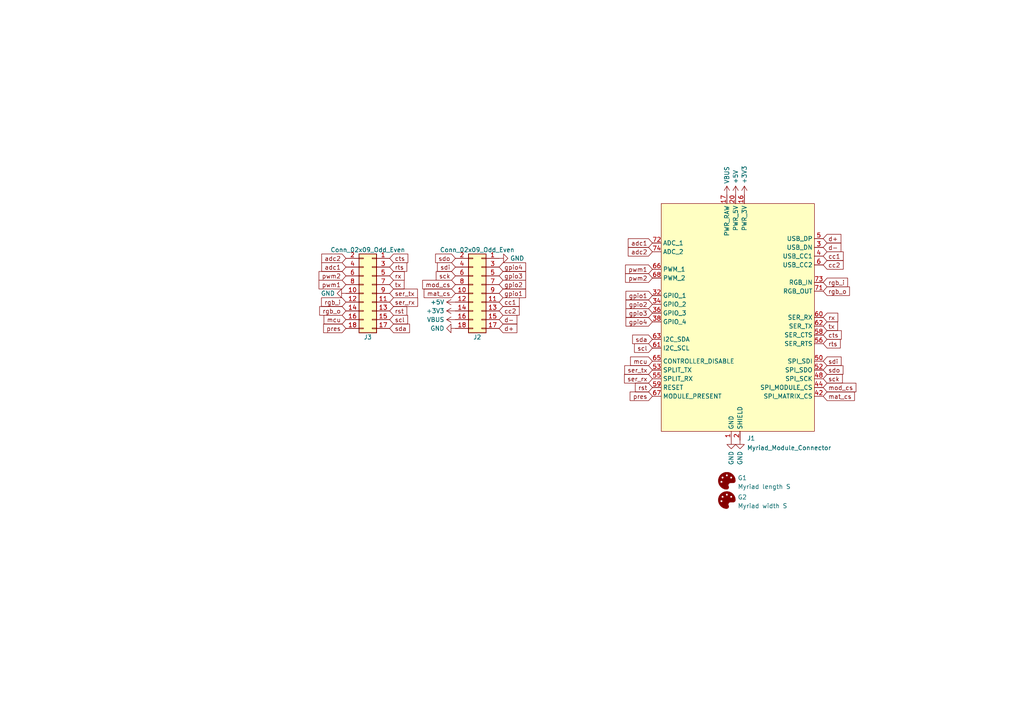
<source format=kicad_sch>
(kicad_sch (version 20211123) (generator eeschema)
  (paper "A4")
  (title_block (title "Myriad Breakout") (date "2022-03-03") (rev "0.1") (company "splitkb.com") (comment 1 "See https://myriad.splitkb.com/specification/terms_of_use.html") (comment 2 "NON-COMMERCIAL USE ONLY"))
  (lib_symbols
    (symbol "0_splitkb_common:Graphic" (pin_names (offset 1.016)) (in_bom no)
      (property "Reference" "G" (at 3.175 1.27 0))
      (property "Value" "Graphic" (at 3.175 -1.27 0))
      (symbol "Graphic_0_0"
        (polyline (pts (xy -0.0881 -2.4962) (xy -0.0244 -2.491) (xy -0.0145 -2.49) (xy 0.0873 -2.4755) (xy 0.1744 -2.4527) (xy 0.2502 -2.4204) (xy 0.3179 -2.3769) (xy 0.381 -2.3211) (xy 0.4131 -2.2864) (xy 0.4727 -2.2048) (xy 0.5154 -2.1164) (xy 0.5423 -2.0188) (xy 0.5542 -1.9099) (xy 0.5553 -1.8657) (xy 0.5519 -1.793) (xy 0.5405 -1.7258) (xy 0.5196 -1.6572) (xy 0.4879 -1.5802) (xy 0.4649 -1.5264) (xy 0.4417 -1.4593) (xy 0.4279 -1.3962) (xy 0.4221 -1.3305) (xy 0.4231 -1.2553) (xy 0.4241 -1.2364) (xy 0.4296 -1.1753) (xy 0.4388 -1.1244) (xy 0.453 -1.0766) (xy 0.4701 -1.0324) (xy 0.5231 -0.9323) (xy 0.5912 -0.8434) (xy 0.6727 -0.7671) (xy 0.7661 -0.7052) (xy 0.8697 -0.6591) (xy 0.9525 -0.6304) (xy 1.4605 -0.6247) (xy 1.5159 -0.6241) (xy 1.6231 -0.6227) (xy 1.7132 -0.6214) (xy 1.7881 -0.6199) (xy 1.8492 -0.6184) (xy 1.8985 -0.6166) (xy 1.9375 -0.6146) (xy 1.968 -0.6122) (xy 1.9917 -0.6095) (xy 2.0103 -0.6062) (xy 2.0254 -0.6025) (xy 2.1099 -0.5721) (xy 2.2082 -0.5192) (xy 2.2945 -0.4512) (xy 2.3679 -0.3688) (xy 2.4276 -0.2727) (xy 2.4364 -0.2549) (xy 2.4605 -0.2) (xy 2.4773 -0.1469) (xy 2.4877 -0.0905) (xy 2.493 -0.0254) (xy 2.4942 0.0538) (xy 2.4935 0.0984) (xy 2.4785 0.3079) (xy 2.4445 0.5167) (xy 2.3919 0.7233) (xy 2.321 0.9261) (xy 2.2323 1.1235) (xy 2.2027 1.1805) (xy 2.092 1.3667) (xy 1.966 1.5417) (xy 1.8257 1.7046) (xy 1.6722 1.8548) (xy 1.5064 1.9914) (xy 1.3295 2.1136) (xy 1.1425 2.2205) (xy 0.9464 2.3114) (xy 0.7423 2.3854) (xy 0.5313 2.4417) (xy 0.4466 2.4585) (xy 0.2562 2.4842) (xy 0.0585 2.4954) (xy -0.1423 2.4921) (xy -0.3423 2.4742) (xy -0.5373 2.4419) (xy -0.6457 2.4166) (xy -0.8421 2.356) (xy -1.0354 2.2777) (xy -1.2233 2.1829) (xy -1.4033 2.0727) (xy -1.573 1.9482) (xy -1.5907 1.9337) (xy -1.6479 1.8837) (xy -1.7115 1.8242) (xy -1.7772 1.7598) (xy -1.8407 1.6945) (xy -1.8977 1.6327) (xy -1.9439 1.5788) (xy -1.9559 1.5631) (xy -0.3078 1.5631) (xy -0.3075 1.5958) (xy -0.3058 1.6313) (xy -0.3013 1.6578) (xy -0.2928 1.6812) (xy -0.2791 1.7077) (xy -0.2576 1.7416) (xy -0.2028 1.8016) (xy -0.1348 1.8484) (xy -0.1306 1.8506) (xy -0.1069 1.8609) (xy -0.0811 1.867) (xy -0.0474 1.87) (xy 0 1.8708) (xy 0.0333 1.8706) (xy 0.0687 1.8688) (xy 0.0949 1.8643) (xy 0.1184 1.8557) (xy 0.1451 1.8419) (xy 0.1467 1.8409) (xy 0.2102 1.795) (xy 0.2592 1.7376) (xy 0.2929 1.6716) (xy 0.3102 1.5997) (xy 0.3101 1.5246) (xy 0.2915 1.449) (xy 0.2706 1.4059) (xy 0.2278 1.3498) (xy 0.174 1.3034) (xy 0.1141 1.2715) (xy 0.1125 1.2709) (xy 0.0368 1.2528) (xy -0.0383 1.253) (xy -0.1101 1.2707) (xy -0.1759 1.3047) (xy -0.233 1.3541) (xy -0.2788 1.418) (xy -0.289 1.4373) (xy -0.2991 1.4611) (xy -0.3047 1.4858) (xy -0.3072 1.5178) (xy -0.3078 1.5631) (xy -1.9559 1.5631) (xy -2.0279 1.4685) (xy -2.1412 1.2959) (xy -2.2406 1.114) (xy -2.3191 0.9379) (xy -1.5582 0.9379) (xy -1.558 0.9705) (xy -1.5562 1.0061) (xy -1.5517 1.0325) (xy -1.5432 1.0559) (xy -1.5295 1.0825) (xy -1.5081 1.1163) (xy -1.4532 1.1764) (xy -1.3853 1.2232) (xy -1.3811 1.2254) (xy -1.3573 1.2356) (xy -1.3315 1.2418) (xy -1.2978 1.2448) (xy -1.2505 1.2456) (xy -1.2171 1.2453) (xy -1.1818 1.2436) (xy -1.1555 1.239) (xy -1.1321 1.2305) (xy -1.1054 1.2166) (xy -1.1037 1.2157) (xy -1.0403 1.1697) (xy -0.9912 1.1124) (xy -0.9576 1.0464) (xy -0.9403 0.9745) (xy -0.9403 0.9379) (xy 0.9427 0.9379) (xy 0.9429 0.9705) (xy 0.9447 1.0061) (xy 0.9492 1.0325) (xy 0.9577 1.0559) (xy 0.9714 1.0825) (xy 0.9929 1.1163) (xy 1.0477 1.1764) (xy 1.1157 1.2232) (xy 1.1198 1.2254) (xy 1.1436 1.2356) (xy 1.1694 1.2418) (xy 1.2031 1.2448) (xy 1.2504 1.2456) (xy 1.2838 1.2453) (xy 1.3191 1.2436) (xy 1.3454 1.239) (xy 1.3688 1.2305) (xy 1.3956 1.2166) (xy 1.3972 1.2157) (xy 1.4606 1.1697) (xy 1.5097 1.1124) (xy 1.5434 1.0464) (xy 1.5606 0.9745) (xy 1.5605 0.8994) (xy 1.542 0.8238) (xy 1.521 0.7807) (xy 1.4783 0.7246) (xy 1.4245 0.6782) (xy 1.3646 0.6463) (xy 1.363 0.6457) (xy 1.2872 0.6276) (xy 1.2121 0.6278) (xy 1.1403 0.6454) (xy 1.0745 0.6795) (xy 1.0174 0.7289) (xy 0.9717 0.7927) (xy 0.9614 0.812) (xy 0.9514 0.8358) (xy 0.9457 0.8606) (xy 0.9433 0.8926) (xy 0.9427 0.9379) (xy -0.9403 0.9379) (xy -0.9404 0.8994) (xy -0.9589 0.8238) (xy -0.9799 0.7807) (xy -1.0227 0.7246) (xy -1.0765 0.6782) (xy -1.1364 0.6463) (xy -1.138 0.6457) (xy -1.2137 0.6276) (xy -1.2888 0.6278) (xy -1.3606 0.6454) (xy -1.4264 0.6795) (xy -1.4835 0.7289) (xy -1.5292 0.7927) (xy -1.5395 0.812) (xy -1.5495 0.8358) (xy -1.5552 0.8606) (xy -1.5577 0.8926) (xy -1.5582 0.9379) (xy -2.3191 0.9379) (xy -2.3245 0.9259) (xy -2.3917 0.7343) (xy -2.4409 0.542) (xy -2.4476 0.5083) (xy -2.4815 0.2848) (xy -2.4961 0.0631) (xy -2.4917 -0.1561) (xy -2.4747 -0.3126) (xy -1.8708 -0.3126) (xy -1.8706 -0.2799) (xy -1.8689 -0.2443) (xy -1.8643 -0.2179) (xy -1.8558 -0.1945) (xy -1.8421 -0.168) (xy -1.8207 -0.1341) (xy -1.7658 -0.0741) (xy -1.6979 -0.0273) (xy -1.6937 -0.0251) (xy -1.6699 -0.0148) (xy -1.6441 -0.0087) (xy -1.6105 -0.0057) (xy -1.5631 -0.0049) (xy -1.5297 -0.0051) (xy -1.4944 -0.0069) (xy -1.4681 -0.0114) (xy -1.4447 -0.02) (xy -1.418 -0.0338) (xy -1.4163 -0.0347) (xy -1.3529 -0.0807) (xy -1.3039 -0.1381) (xy -1.2702 -0.204) (xy -1.2529 -0.2759) (xy -1.253 -0.3511) (xy -1.2715 -0.4267) (xy -1.2925 -0.4698) (xy -1.3353 -0.5259) (xy -1.3891 -0.5723) (xy -1.449 -0.6042) (xy -1.4506 -0.6048) (xy -1.5263 -0.6229) (xy -1.6014 -0.6227) (xy -1.6732 -0.605) (xy -1.739 -0.571) (xy -1.7961 -0.5215) (xy -1.8419 -0.4577) (xy -1.8521 -0.4384) (xy -1.8622 -0.4146) (xy -1.8678 -0.3899) (xy -1.8703 -0.3579) (xy -1.8708 -0.3126) (xy -2.4747 -0.3126) (xy -2.4683 -0.3721) (xy -2.4261 -0.5843) (xy -2.3652 -0.792) (xy -2.2857 -0.9946) (xy -2.1878 -1.1914) (xy -2.0715 -1.3818) (xy -1.9806 -1.5086) (xy -1.8486 -1.668) (xy -1.705 -1.8163) (xy -1.5512 -1.9525) (xy -1.3888 -2.0758) (xy -1.2192 -2.1851) (xy -1.0438 -2.2796) (xy -0.8642 -2.3583) (xy -0.6817 -2.4203) (xy -0.498 -2.4648) (xy -0.3143 -2.4906) (xy -0.2478 -2.496) (xy -0.1924 -2.4987) (xy -0.1416 -2.4988) (xy -0.0881 -2.4962)) (stroke (width 0.01)) (fill (type outline)))
      )
    )
    (symbol "Connector_Generic:Conn_02x09_Odd_Even" (pin_names (offset 1.016) hide)
      (property "Reference" "J" (at 1.27 12.7 0))
      (property "Value" "Conn_02x09_Odd_Even" (at 1.27 -12.7 0))
      (symbol "Conn_02x09_Odd_Even_1_1"
        (rectangle (start -1.27 -10.033) (end 0 -10.287) (stroke (width 0.1524)))
        (rectangle (start -1.27 -7.493) (end 0 -7.747) (stroke (width 0.1524)))
        (rectangle (start -1.27 -4.953) (end 0 -5.207) (stroke (width 0.1524)))
        (rectangle (start -1.27 -2.413) (end 0 -2.667) (stroke (width 0.1524)))
        (rectangle (start -1.27 0.127) (end 0 -0.127) (stroke (width 0.1524)))
        (rectangle (start -1.27 2.667) (end 0 2.413) (stroke (width 0.1524)))
        (rectangle (start -1.27 5.207) (end 0 4.953) (stroke (width 0.1524)))
        (rectangle (start -1.27 7.747) (end 0 7.493) (stroke (width 0.1524)))
        (rectangle (start -1.27 10.287) (end 0 10.033) (stroke (width 0.1524)))
        (rectangle (start -1.27 11.43) (end 3.81 -11.43) (stroke (width 0.254)) (fill (type background)))
        (rectangle (start 3.81 -10.033) (end 2.54 -10.287) (stroke (width 0.1524)))
        (rectangle (start 3.81 -7.493) (end 2.54 -7.747) (stroke (width 0.1524)))
        (rectangle (start 3.81 -4.953) (end 2.54 -5.207) (stroke (width 0.1524)))
        (rectangle (start 3.81 -2.413) (end 2.54 -2.667) (stroke (width 0.1524)))
        (rectangle (start 3.81 0.127) (end 2.54 -0.127) (stroke (width 0.1524)))
        (rectangle (start 3.81 2.667) (end 2.54 2.413) (stroke (width 0.1524)))
        (rectangle (start 3.81 5.207) (end 2.54 4.953) (stroke (width 0.1524)))
        (rectangle (start 3.81 7.747) (end 2.54 7.493) (stroke (width 0.1524)))
        (rectangle (start 3.81 10.287) (end 2.54 10.033) (stroke (width 0.1524)))
        (pin passive line (at -5.08 10.16 0) (length 3.81) (name "Pin_1") (number "1"))
        (pin passive line (at 7.62 0 180) (length 3.81) (name "Pin_10") (number "10"))
        (pin passive line (at -5.08 -2.54 0) (length 3.81) (name "Pin_11") (number "11"))
        (pin passive line (at 7.62 -2.54 180) (length 3.81) (name "Pin_12") (number "12"))
        (pin passive line (at -5.08 -5.08 0) (length 3.81) (name "Pin_13") (number "13"))
        (pin passive line (at 7.62 -5.08 180) (length 3.81) (name "Pin_14") (number "14"))
        (pin passive line (at -5.08 -7.62 0) (length 3.81) (name "Pin_15") (number "15"))
        (pin passive line (at 7.62 -7.62 180) (length 3.81) (name "Pin_16") (number "16"))
        (pin passive line (at -5.08 -10.16 0) (length 3.81) (name "Pin_17") (number "17"))
        (pin passive line (at 7.62 -10.16 180) (length 3.81) (name "Pin_18") (number "18"))
        (pin passive line (at 7.62 10.16 180) (length 3.81) (name "Pin_2") (number "2"))
        (pin passive line (at -5.08 7.62 0) (length 3.81) (name "Pin_3") (number "3"))
        (pin passive line (at 7.62 7.62 180) (length 3.81) (name "Pin_4") (number "4"))
        (pin passive line (at -5.08 5.08 0) (length 3.81) (name "Pin_5") (number "5"))
        (pin passive line (at 7.62 5.08 180) (length 3.81) (name "Pin_6") (number "6"))
        (pin passive line (at -5.08 2.54 0) (length 3.81) (name "Pin_7") (number "7"))
        (pin passive line (at 7.62 2.54 180) (length 3.81) (name "Pin_8") (number "8"))
        (pin passive line (at -5.08 0 0) (length 3.81) (name "Pin_9") (number "9"))
      )
    )
    (symbol "myriad:Myriad_Module_Connector"
      (property "Reference" "J" (at 22.86 -34.29 0))
      (property "Value" "Myriad_Module_Connector" (at 1.27 1.27 0))
      (symbol "Myriad_Module_Connector_0_1"
        (rectangle (start -21.59 33.02) (end 22.86 -33.02) (fill (type background)))
      )
      (symbol "Myriad_Module_Connector_1_1"
        (pin power_out line (at -1.27 -35.56 90) (length 2.54) (name "GND") (number "1"))
        (pin power_out line (at 2.54 35.56 270) (length 2.54) (name "PWR_3V") (number "16"))
        (pin power_out line (at -2.54 35.56 270) (length 2.54) (name "PWR_RAW") (number "17"))
        (pin passive line (at 2.54 35.56 270) (length 2.54) hide (name "PWR_3V") (number "18"))
        (pin passive line (at -2.54 35.56 270) (length 2.54) hide (name "PWR_RAW") (number "19"))
        (pin power_out line (at 1.27 -35.56 90) (length 2.54) (name "SHIELD") (number "2"))
        (pin power_out line (at 0 35.56 270) (length 2.54) (name "PWR_5V") (number "20"))
        (pin passive line (at -2.54 35.56 270) (length 2.54) hide (name "PWR_RAW") (number "21"))
        (pin passive line (at 0 35.56 270) (length 2.54) hide (name "PWR_5V") (number "22"))
        (pin passive line (at -2.54 35.56 270) (length 2.54) hide (name "PWR_RAW") (number "23"))
        (pin no_connect line (at -12.7 33.02 270) (length 2.54) hide (name "") (number "24"))
        (pin no_connect line (at -10.16 33.02 270) (length 2.54) hide (name "") (number "25"))
        (pin no_connect line (at -7.62 33.02 270) (length 2.54) hide (name "") (number "26"))
        (pin no_connect line (at -5.08 33.02 270) (length 2.54) hide (name "") (number "27"))
        (pin no_connect line (at 5.08 33.02 270) (length 2.54) hide (name "") (number "28"))
        (pin no_connect line (at 7.62 33.02 270) (length 2.54) hide (name "") (number "29"))
        (pin bidirectional line (at 25.4 20.32 180) (length 2.54) (name "USB_DN") (number "3"))
        (pin no_connect line (at 10.16 33.02 270) (length 2.54) hide (name "") (number "30"))
        (pin no_connect line (at 12.7 33.02 270) (length 2.54) hide (name "") (number "31"))
        (pin bidirectional line (at -24.13 6.35 0) (length 2.54) (name "GPIO_1") (number "32"))
        (pin no_connect line (at -16.51 -33.02 90) (length 2.54) hide (name "") (number "33"))
        (pin bidirectional line (at -24.13 3.81 0) (length 2.54) (name "GPIO_2") (number "34"))
        (pin no_connect line (at -13.97 -33.02 90) (length 2.54) hide (name "") (number "35"))
        (pin bidirectional line (at -24.13 1.27 0) (length 2.54) (name "GPIO_3") (number "36"))
        (pin no_connect line (at -11.43 -33.02 90) (length 2.54) hide (name "") (number "37"))
        (pin bidirectional line (at -24.13 -1.27 0) (length 2.54) (name "GPIO_4") (number "38"))
        (pin no_connect line (at -8.89 -33.02 90) (length 2.54) hide (name "") (number "39"))
        (pin output line (at 25.4 17.78 180) (length 2.54) (name "USB_CC1") (number "4"))
        (pin passive line (at -1.27 -35.56 90) (length 2.54) hide (name "GND") (number "40"))
        (pin no_connect line (at -6.35 -33.02 90) (length 2.54) hide (name "") (number "41"))
        (pin input line (at 25.4 -22.86 180) (length 2.54) (name "SPI_MATRIX_CS") (number "42"))
        (pin no_connect line (at -3.81 -33.02 90) (length 2.54) hide (name "") (number "43"))
        (pin output line (at 25.4 -20.32 180) (length 2.54) (name "SPI_MODULE_CS") (number "44"))
        (pin no_connect line (at 3.81 -33.02 90) (length 2.54) hide (name "") (number "45"))
        (pin passive line (at -1.27 -35.56 90) (length 2.54) hide (name "GND") (number "46"))
        (pin no_connect line (at 6.35 -33.02 90) (length 2.54) hide (name "") (number "47"))
        (pin output line (at 25.4 -17.78 180) (length 2.54) (name "SPI_SCK") (number "48"))
        (pin no_connect line (at 8.89 -33.02 90) (length 2.54) hide (name "") (number "49"))
        (pin bidirectional line (at 25.4 22.86 180) (length 2.54) (name "USB_DP") (number "5"))
        (pin input line (at 25.4 -12.7 180) (length 2.54) (name "SPI_SDI") (number "50"))
        (pin no_connect line (at 11.43 -33.02 90) (length 2.54) hide (name "") (number "51"))
        (pin output line (at 25.4 -15.24 180) (length 2.54) (name "SPI_SDO") (number "52"))
        (pin no_connect line (at 13.97 -33.02 90) (length 2.54) hide (name "") (number "53"))
        (pin input line (at -24.13 -15.24 0) (length 2.54) (name "SPLIT_TX") (number "53"))
        (pin passive line (at -1.27 -35.56 90) (length 2.54) hide (name "GND") (number "54"))
        (pin output line (at -24.13 -17.78 0) (length 2.54) (name "SPLIT_RX") (number "55"))
        (pin output line (at 25.4 -7.62 180) (length 2.54) (name "SER_RTS") (number "56"))
        (pin passive line (at -1.27 -35.56 90) (length 2.54) hide (name "GND") (number "57"))
        (pin input line (at 25.4 -5.08 180) (length 2.54) (name "SER_CTS") (number "58"))
        (pin bidirectional line (at -24.13 -20.32 0) (length 2.54) (name "RESET") (number "59"))
        (pin output line (at 25.4 15.24 180) (length 2.54) (name "USB_CC2") (number "6"))
        (pin input line (at 25.4 0 180) (length 2.54) (name "SER_RX") (number "60"))
        (pin bidirectional line (at -24.13 -8.89 0) (length 2.54) (name "I2C_SCL") (number "61"))
        (pin output line (at 25.4 -2.54 180) (length 2.54) (name "SER_TX") (number "62"))
        (pin bidirectional line (at -24.13 -6.35 0) (length 2.54) (name "I2C_SDA") (number "63"))
        (pin passive line (at -1.27 -35.56 90) (length 2.54) hide (name "GND") (number "64"))
        (pin input line (at -24.13 -12.7 0) (length 2.54) (name "CONTROLLER_DISABLE") (number "65"))
        (pin output line (at -24.13 13.97 0) (length 2.54) (name "PWM_1") (number "66"))
        (pin input line (at -24.13 -22.86 0) (length 2.54) (name "MODULE_PRESENT") (number "67"))
        (pin output line (at -24.13 11.43 0) (length 2.54) (name "PWM_2") (number "68"))
        (pin passive line (at -1.27 -35.56 90) (length 2.54) hide (name "GND") (number "69"))
        (pin passive line (at -1.27 -35.56 90) (length 2.54) hide (name "GND") (number "7"))
        (pin passive line (at -1.27 -35.56 90) (length 2.54) hide (name "GND") (number "70"))
        (pin output line (at 25.4 7.62 180) (length 2.54) (name "RGB_OUT") (number "71"))
        (pin input line (at -24.13 21.59 0) (length 2.54) (name "ADC_1") (number "72"))
        (pin input line (at 25.4 10.16 180) (length 2.54) (name "RGB_IN") (number "73"))
        (pin input line (at -24.13 19.05 0) (length 2.54) (name "ADC_2") (number "74"))
        (pin no_connect line (at 16.51 -33.02 90) (length 2.54) hide (name "") (number "75"))
      )
    )
    (symbol "power:+3V3" (power) (pin_names (offset 0))
      (property "Value" "+3V3" (at 0 3.556 0))
      (symbol "+3V3_0_1"
        (polyline (pts (xy -0.762 1.27) (xy 0 2.54)))
        (polyline (pts (xy 0 0) (xy 0 2.54)))
        (polyline (pts (xy 0 2.54) (xy 0.762 1.27)))
      )
      (symbol "+3V3_1_1"
        (pin power_in line (at 0 0 90) (length 0) hide (name "+3V3") (number "1"))
      )
    )
    (symbol "power:+5V" (power) (pin_names (offset 0))
      (property "Value" "+5V" (at 0 3.556 0))
      (symbol "+5V_0_1"
        (polyline (pts (xy -0.762 1.27) (xy 0 2.54)))
        (polyline (pts (xy 0 0) (xy 0 2.54)))
        (polyline (pts (xy 0 2.54) (xy 0.762 1.27)))
      )
      (symbol "+5V_1_1"
        (pin power_in line (at 0 0 90) (length 0) hide (name "+5V") (number "1"))
      )
    )
    (symbol "power:GND" (power) (pin_names (offset 0))
      (property "Value" "GND" (at 0 -3.81 0))
      (symbol "GND_0_1"
        (polyline (pts (xy 0 0) (xy 0 -1.27) (xy 1.27 -1.27) (xy 0 -2.54) (xy -1.27 -1.27) (xy 0 -1.27)))
      )
      (symbol "GND_1_1"
        (pin power_in line (at 0 0 270) (length 0) hide (name "GND") (number "1"))
      )
    )
    (symbol "power:VBUS" (power) (pin_names (offset 0))
      (property "Value" "VBUS" (at 0 3.81 0))
      (symbol "VBUS_0_1"
        (polyline (pts (xy -0.762 1.27) (xy 0 2.54)))
        (polyline (pts (xy 0 0) (xy 0 2.54)))
        (polyline (pts (xy 0 2.54) (xy 0.762 1.27)))
      )
      (symbol "VBUS_1_1"
        (pin power_in line (at 0 0 90) (length 0) hide (name "VBUS") (number "1"))
      )
    )
  )
  (global_label "cc2" (shape input) (at 238.76 76.835 0) (property "Intersheet References" "${INTERSHEET_REFS}" (effects hide)))
  (global_label "gpio3" (shape input) (at 189.23 90.805 180) (property "Intersheet References" "${INTERSHEET_REFS}" (effects hide)))
  (global_label "rgb_i" (shape input) (at 238.76 81.915 0) (property "Intersheet References" "${INTERSHEET_REFS}" (effects hide)))
  (global_label "sck" (shape input) (at 238.76 109.855 0) (property "Intersheet References" "${INTERSHEET_REFS}" (effects hide)))
  (global_label "adc2" (shape input) (at 100.33 74.93 180) (property "Intersheet References" "${INTERSHEET_REFS}" (effects hide)))
  (global_label "gpio2" (shape input) (at 144.78 82.55 0) (property "Intersheet References" "${INTERSHEET_REFS}" (effects hide)))
  (global_label "cts" (shape input) (at 238.76 97.155 0) (property "Intersheet References" "${INTERSHEET_REFS}" (effects hide)))
  (global_label "sdi" (shape input) (at 238.76 104.775 0) (property "Intersheet References" "${INTERSHEET_REFS}" (effects hide)))
  (global_label "rgb_o" (shape input) (at 100.33 90.17 180) (property "Intersheet References" "${INTERSHEET_REFS}" (effects hide)))
  (global_label "d+" (shape input) (at 144.78 95.25 0) (property "Intersheet References" "${INTERSHEET_REFS}" (effects hide)))
  (global_label "gpio4" (shape input) (at 144.78 77.47 0) (property "Intersheet References" "${INTERSHEET_REFS}" (effects hide)))
  (global_label "scl" (shape input) (at 113.03 92.71 0) (property "Intersheet References" "${INTERSHEET_REFS}" (effects hide)))
  (global_label "mcu" (shape input) (at 189.23 104.775 180) (property "Intersheet References" "${INTERSHEET_REFS}" (effects hide)))
  (global_label "rgb_o" (shape input) (at 238.76 84.455 0) (property "Intersheet References" "${INTERSHEET_REFS}" (effects hide)))
  (global_label "gpio4" (shape input) (at 189.23 93.345 180) (property "Intersheet References" "${INTERSHEET_REFS}" (effects hide)))
  (global_label "rgb_i" (shape input) (at 100.33 87.63 180) (property "Intersheet References" "${INTERSHEET_REFS}" (effects hide)))
  (global_label "cc2" (shape input) (at 144.78 90.17 0) (property "Intersheet References" "${INTERSHEET_REFS}" (effects hide)))
  (global_label "sdo" (shape input) (at 238.76 107.315 0) (property "Intersheet References" "${INTERSHEET_REFS}" (effects hide)))
  (global_label "cc1" (shape input) (at 144.78 87.63 0) (property "Intersheet References" "${INTERSHEET_REFS}" (effects hide)))
  (global_label "pres" (shape input) (at 189.23 114.935 180) (property "Intersheet References" "${INTERSHEET_REFS}" (effects hide)))
  (global_label "pwm2" (shape input) (at 189.23 80.645 180) (property "Intersheet References" "${INTERSHEET_REFS}" (effects hide)))
  (global_label "rst" (shape input) (at 113.03 90.17 0) (property "Intersheet References" "${INTERSHEET_REFS}" (effects hide)))
  (global_label "gpio1" (shape input) (at 189.23 85.725 180) (property "Intersheet References" "${INTERSHEET_REFS}" (effects hide)))
  (global_label "mat_cs" (shape input) (at 238.76 114.935 0) (property "Intersheet References" "${INTERSHEET_REFS}" (effects hide)))
  (global_label "rx" (shape input) (at 113.03 80.01 0) (property "Intersheet References" "${INTERSHEET_REFS}" (effects hide)))
  (global_label "mcu" (shape input) (at 100.33 92.71 180) (property "Intersheet References" "${INTERSHEET_REFS}" (effects hide)))
  (global_label "ser_rx" (shape input) (at 189.23 109.855 180) (property "Intersheet References" "${INTERSHEET_REFS}" (effects hide)))
  (global_label "gpio1" (shape input) (at 144.78 85.09 0) (property "Intersheet References" "${INTERSHEET_REFS}" (effects hide)))
  (global_label "tx" (shape input) (at 113.03 82.55 0) (property "Intersheet References" "${INTERSHEET_REFS}" (effects hide)))
  (global_label "tx" (shape input) (at 238.76 94.615 0) (property "Intersheet References" "${INTERSHEET_REFS}" (effects hide)))
  (global_label "mod_cs" (shape input) (at 238.76 112.395 0) (property "Intersheet References" "${INTERSHEET_REFS}" (effects hide)))
  (global_label "adc2" (shape input) (at 189.23 73.025 180) (property "Intersheet References" "${INTERSHEET_REFS}" (effects hide)))
  (global_label "d+" (shape input) (at 238.76 69.215 0) (property "Intersheet References" "${INTERSHEET_REFS}" (effects hide)))
  (global_label "ser_rx" (shape input) (at 113.03 87.63 0) (property "Intersheet References" "${INTERSHEET_REFS}" (effects hide)))
  (global_label "adc1" (shape input) (at 100.33 77.47 180) (property "Intersheet References" "${INTERSHEET_REFS}" (effects hide)))
  (global_label "scl" (shape input) (at 189.23 100.965 180) (property "Intersheet References" "${INTERSHEET_REFS}" (effects hide)))
  (global_label "sda" (shape input) (at 113.03 95.25 0) (property "Intersheet References" "${INTERSHEET_REFS}" (effects hide)))
  (global_label "d-" (shape input) (at 238.76 71.755 0) (property "Intersheet References" "${INTERSHEET_REFS}" (effects hide)))
  (global_label "gpio3" (shape input) (at 144.78 80.01 0) (property "Intersheet References" "${INTERSHEET_REFS}" (effects hide)))
  (global_label "pwm2" (shape input) (at 100.33 80.01 180) (property "Intersheet References" "${INTERSHEET_REFS}" (effects hide)))
  (global_label "sck" (shape input) (at 132.08 80.01 180) (property "Intersheet References" "${INTERSHEET_REFS}" (effects hide)))
  (global_label "d-" (shape input) (at 144.78 92.71 0) (property "Intersheet References" "${INTERSHEET_REFS}" (effects hide)))
  (global_label "pwm1" (shape input) (at 100.33 82.55 180) (property "Intersheet References" "${INTERSHEET_REFS}" (effects hide)))
  (global_label "ser_tx" (shape input) (at 189.23 107.315 180) (property "Intersheet References" "${INTERSHEET_REFS}" (effects hide)))
  (global_label "sda" (shape input) (at 189.23 98.425 180) (property "Intersheet References" "${INTERSHEET_REFS}" (effects hide)))
  (global_label "cc1" (shape input) (at 238.76 74.295 0) (property "Intersheet References" "${INTERSHEET_REFS}" (effects hide)))
  (global_label "sdi" (shape input) (at 132.08 77.47 180) (property "Intersheet References" "${INTERSHEET_REFS}" (effects hide)))
  (global_label "rts" (shape input) (at 238.76 99.695 0) (property "Intersheet References" "${INTERSHEET_REFS}" (effects hide)))
  (global_label "rx" (shape input) (at 238.76 92.075 0) (property "Intersheet References" "${INTERSHEET_REFS}" (effects hide)))
  (global_label "pwm1" (shape input) (at 189.23 78.105 180) (property "Intersheet References" "${INTERSHEET_REFS}" (effects hide)))
  (global_label "ser_tx" (shape input) (at 113.03 85.09 0) (property "Intersheet References" "${INTERSHEET_REFS}" (effects hide)))
  (global_label "mat_cs" (shape input) (at 132.08 85.09 180) (property "Intersheet References" "${INTERSHEET_REFS}" (effects hide)))
  (global_label "gpio2" (shape input) (at 189.23 88.265 180) (property "Intersheet References" "${INTERSHEET_REFS}" (effects hide)))
  (global_label "mod_cs" (shape input) (at 132.08 82.55 180) (property "Intersheet References" "${INTERSHEET_REFS}" (effects hide)))
  (global_label "rst" (shape input) (at 189.23 112.395 180) (property "Intersheet References" "${INTERSHEET_REFS}" (effects hide)))
  (global_label "adc1" (shape input) (at 189.23 70.485 180) (property "Intersheet References" "${INTERSHEET_REFS}" (effects hide)))
  (global_label "cts" (shape input) (at 113.03 74.93 0) (property "Intersheet References" "${INTERSHEET_REFS}" (effects hide)))
  (global_label "rts" (shape input) (at 113.03 77.47 0) (property "Intersheet References" "${INTERSHEET_REFS}" (effects hide)))
  (global_label "sdo" (shape input) (at 132.08 74.93 180) (property "Intersheet References" "${INTERSHEET_REFS}" (effects hide)))
  (global_label "pres" (shape input) (at 100.33 95.25 180) (property "Intersheet References" "${INTERSHEET_REFS}" (effects hide)))
  (symbol (lib_id "0_splitkb_common:Graphic") (at 210.82 139.446 0) (unit 1) (in_bom no)
    (property "Reference" "G1" (at 213.9542 138.613 0) (effects (justify left)))
    (property "Value" "Myriad length S" (at 213.9542 141.1499 0) (effects (justify left)))
    (property "Footprint" "0_splitkb_common:Myriad_length-s" (effects hide))
  )
  (symbol (lib_id "power:VBUS") (at 210.82 56.515 0) (unit 1)
    (property "Reference" "#PWR01" (effects hide))
    (property "Value" "VBUS" (at 210.82 53.34 90) (effects (justify left)))
  )
  (symbol (lib_id "power:VBUS") (at 132.08 92.71 90) (unit 1)
    (property "Reference" "#PWR0103" (effects hide))
    (property "Value" "VBUS" (at 128.905 92.71 90) (effects (justify left)))
  )
  (symbol (lib_id "myriad:Myriad_Module_Connector") (at 213.36 92.075 0) (unit 1)
    (property "Reference" "J1" (at 216.6494 127.1175 0) (effects (justify left)))
    (property "Value" "Myriad_Module_Connector" (at 216.6494 129.8926 0) (effects (justify left)))
    (property "Footprint" "0_splitkb_common:Myriad_Module_22x30mm" (effects hide))
    (property "Datasheet" "https://myriad.splitkb.com/specification/pinout.html" (effects hide))
  )
  (symbol (lib_id "power:+5V") (at 213.36 56.515 0) (unit 1)
    (property "Reference" "#PWR02" (effects hide))
    (property "Value" "+5V" (at 213.36 53.34 90) (effects (justify left)))
  )
  (symbol (lib_id "0_splitkb_common:Graphic") (at 210.82 145.034 0) (unit 1) (in_bom no)
    (property "Reference" "G2" (at 213.9542 144.201 0) (effects (justify left)))
    (property "Value" "Myriad width S" (at 213.9542 146.7379 0) (effects (justify left)))
    (property "Footprint" "0_splitkb_common:Myriad_width-s" (effects hide))
  )
  (symbol (lib_id "power:GND") (at 212.09 127.635 0) (unit 1)
    (property "Reference" "#PWR0101" (effects hide))
    (property "Value" "GND" (at 212.09 130.81 90) (effects (justify right)))
  )
  (symbol (lib_id "power:GND") (at 100.33 85.09 270) (unit 1)
    (property "Reference" "#PWR0106" (effects hide))
    (property "Value" "GND" (at 97.155 85.09 90) (effects (justify right)))
  )
  (symbol (lib_id "power:GND") (at 214.63 127.635 0) (unit 1)
    (property "Reference" "#PWR?" (effects hide))
    (property "Value" "GND" (at 214.63 130.81 90) (effects (justify right)))
  )
  (symbol (lib_id "power:+5V") (at 132.08 87.63 90) (unit 1)
    (property "Reference" "#PWR0104" (effects hide))
    (property "Value" "+5V" (at 128.905 87.63 90) (effects (justify left)))
  )
  (symbol (lib_id "power:GND") (at 144.78 74.93 90) (unit 1)
    (property "Reference" "#PWR0107" (effects hide))
    (property "Value" "GND" (at 147.955 74.93 90) (effects (justify right)))
  )
  (symbol (lib_id "Connector_Generic:Conn_02x09_Odd_Even") (at 139.7 85.09 0) (mirror y) (unit 1)
    (property "Reference" "J2" (at 138.43 97.79 0))
    (property "Value" "Conn_02x09_Odd_Even" (at 138.43 72.4686 0))
    (property "Footprint" "Connector_PinSocket_2.54mm:PinSocket_2x09_P2.54mm_Vertical" (effects hide))
  )
  (symbol (lib_id "power:+3V3") (at 215.9 56.515 0) (unit 1)
    (property "Reference" "#PWR03" (effects hide))
    (property "Value" "+3V3" (at 215.9 53.34 90) (effects (justify left)))
  )
  (symbol (lib_id "Connector_Generic:Conn_02x09_Odd_Even") (at 107.95 85.09 0) (mirror y) (unit 1)
    (property "Reference" "J3" (at 106.68 97.79 0))
    (property "Value" "Conn_02x09_Odd_Even" (at 106.68 72.4686 0))
    (property "Footprint" "Connector_PinSocket_2.54mm:PinSocket_2x09_P2.54mm_Vertical" (effects hide))
  )
  (symbol (lib_id "power:+3V3") (at 132.08 90.17 90) (unit 1)
    (property "Reference" "#PWR0105" (effects hide))
    (property "Value" "+3V3" (at 128.905 90.17 90) (effects (justify left)))
  )
  (symbol (lib_id "power:GND") (at 132.08 95.25 270) (unit 1)
    (property "Reference" "#PWR0102" (effects hide))
    (property "Value" "GND" (at 128.905 95.25 90) (effects (justify right)))
  )
)
</source>
